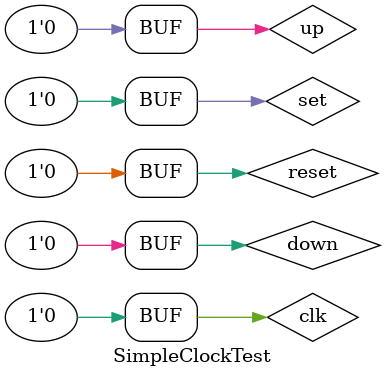
<source format=v>
`timescale 1ns / 1ps


module SimpleClockTest;

	// Inputs
	reg clk;
	reg set;
	reg reset;
	reg up;
	reg down;

	// Outputs
	wire [6:0] disp0;
	wire [6:0] disp1;
	wire [6:0] disp2;
	wire [6:0] disp3;
	wire [6:0] disp4;
	wire [6:0] disp5;
	
	// debuggings
	wire w_propagate;
	wire [4:0] w_in_hours;
	wire [5:0] w_in_minutes;
	wire [1:0] w_current_state;
	wire [4:0] w_hours;
	wire [5:0] w_minutes;
	wire [5:0] w_seconds;

	// Instantiate the Unit Under Test (UUT)
	SimpleClock uut (
		.clk(clk), 
		.set(set), 
		.reset(reset), 
		.up(up), 
		.down(down), 
		.disp0(disp0), 
		.disp1(disp1), 
		.disp2(disp2), 
		.disp3(disp3), 
		.disp4(disp4), 
		.disp5(disp5),
		.w_propagate(w_propagate),
		.w_in_hours(w_in_hours),
		.w_in_minutes(w_in_minutes),
		.w_current_state(w_current_state),
		.w_hours(w_hours),
		.w_minutes(w_minutes),
		.w_seconds(w_seconds)
	);

	initial begin
		// Initialize Inputs
		clk = 0;
		set = 0;
		reset = 0;
		up = 0;
		down = 0;

		// Wait 100 ns for global reset to finish
		#100;
        
		set = 1;
		#10;
		set = 0;
		#50;
		
		
		up = 1;
		#20;
		up = 0;
		#50;
		
		
		set = 1;
		#20;
		set = 0;
		#50;
		
		
		set = 1;
		#20;
		set = 0;
		#50;
		
		
		set = 1;
		#20;
		set = 0;
		#50;
		// Add stimulus here
		
		reset = 1;
		#50;
		reset = 0;

	end
	
	always begin
		#10 clk = 1;
		#10 clk = 0;
	end
      
endmodule


</source>
